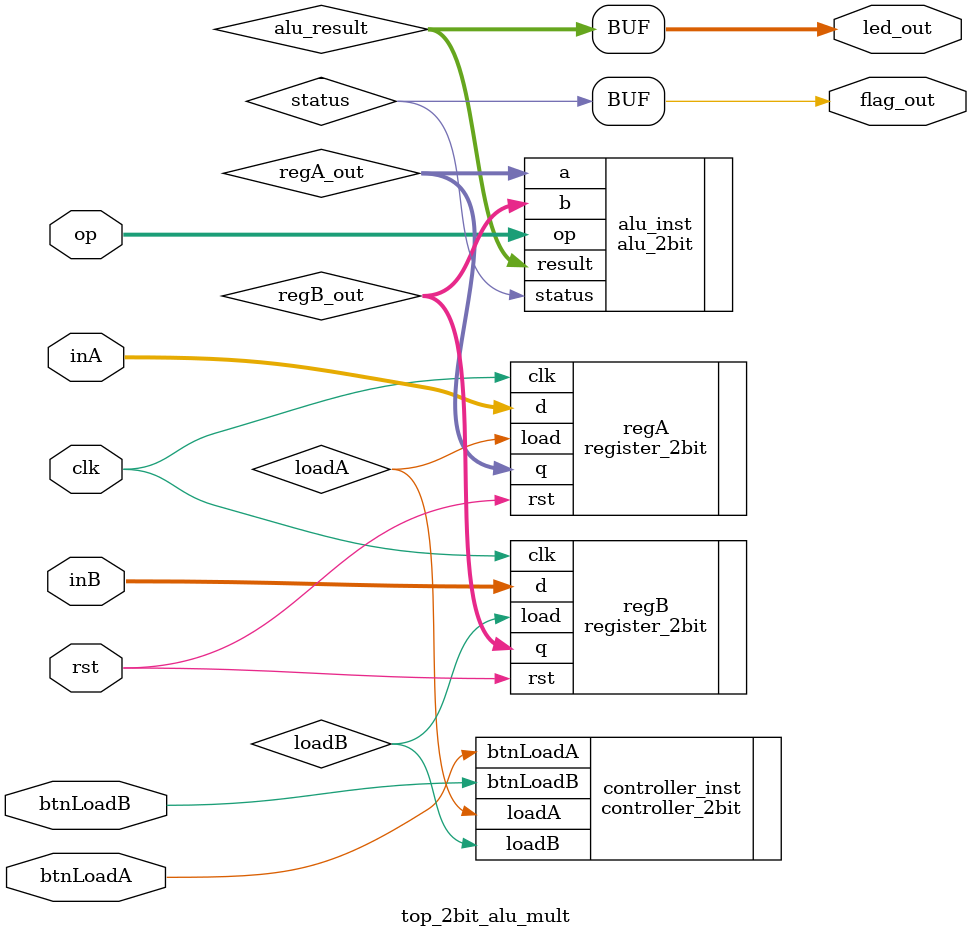
<source format=v>

module top_2bit_alu_mult (
    input  wire       clk,
    input  wire       rst,
    input  wire [1:0] inA,
    input  wire [1:0] inB,
    input  wire       btnLoadA,
    input  wire       btnLoadB,
    input  wire [1:0] op,    // 00=Add, 01=Sub, 10=Mul
    output wire [3:0] led_out, 
    output wire       flag_out // carry/borrow/overflow
);

    // Internal signals
    wire loadA, loadB;
    wire [1:0] regA_out;
    wire [1:0] regB_out;
    wire [3:0] alu_result;
    wire       status;

    // -----------------
    //  Controller
    // -----------------
    controller_2bit controller_inst (
        .btnLoadA(btnLoadA),
        .btnLoadB(btnLoadB),
        .loadA(loadA),
        .loadB(loadB)
    );

    // -----------------
    //  Registers
    // -----------------
    register_2bit regA (
        .clk(clk),
        .rst(rst),
        .load(loadA),
        .d(inA),
        .q(regA_out)
    );

    register_2bit regB (
        .clk(clk),
        .rst(rst),
        .load(loadB),
        .d(inB),
        .q(regB_out)
    );

    // -----------------
    //  ALU (Add/Sub/Multiply)
    // -----------------
    alu_2bit alu_inst (
        .a(regA_out),
        .b(regB_out),
        .op(op),         // 00=Add, 01=Sub, 10=Mul
        .result(alu_result),
        .status(status)  // carry/borrow/overflow
    );

    // -----------------
    //  Output
    // -----------------
    assign led_out = alu_result;
    assign flag_out = status;

endmodule

</source>
